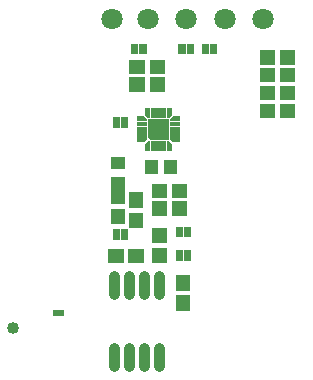
<source format=gts>
G04 Layer: TopSolderMaskLayer*
G04 EasyEDA v6.3.22, 2020-01-24T05:25:20+01:00*
G04 ad8136d40ef74d3abd72c227764213de,1e61c1b39cbf46459d8771e8f21e6a9c,10*
G04 Gerber Generator version 0.2*
G04 Scale: 100 percent, Rotated: No, Reflected: No *
G04 Dimensions in millimeters *
G04 leading zeros omitted , absolute positions ,3 integer and 3 decimal *
%FSLAX33Y33*%
%MOMM*%
G90*
G71D02*

%ADD34C,0.903199*%
%ADD35C,1.803197*%
%ADD40C,1.011199*%

%LPD*%
G54D34*
G01X32219Y21714D02*
G01X32219Y23214D01*
G01X33489Y21714D02*
G01X33489Y23214D01*
G01X34759Y21714D02*
G01X34759Y23214D01*
G01X36029Y21714D02*
G01X36029Y23214D01*
G01X32219Y27760D02*
G01X32219Y29260D01*
G01X33489Y27760D02*
G01X33489Y29260D01*
G01X34759Y27760D02*
G01X34759Y29260D01*
G01X36029Y27760D02*
G01X36029Y29260D01*
G54D35*
G01X38310Y51020D03*
G01X41560Y51020D03*
G01X44809Y51020D03*
G01X35059Y51020D03*
G01X32059Y51020D03*
G36*
G01X32807Y32368D02*
G01X32807Y33272D01*
G01X33412Y33272D01*
G01X33412Y32368D01*
G01X32807Y32368D01*
G37*
G36*
G01X32109Y32368D02*
G01X32109Y33272D01*
G01X32711Y33272D01*
G01X32711Y32368D01*
G01X32109Y32368D01*
G37*
G36*
G01X31974Y38337D02*
G01X31974Y39404D01*
G01X33143Y39404D01*
G01X33143Y38337D01*
G01X31974Y38337D01*
G37*
G36*
G01X31974Y36635D02*
G01X31974Y37702D01*
G01X33143Y37702D01*
G01X33143Y36635D01*
G01X31974Y36635D01*
G37*
G36*
G01X33458Y35068D02*
G01X33458Y36371D01*
G01X34662Y36371D01*
G01X34662Y35068D01*
G01X33458Y35068D01*
G37*
G36*
G01X33458Y33369D02*
G01X33458Y34672D01*
G01X34662Y34672D01*
G01X34662Y33369D01*
G01X33458Y33369D01*
G37*
G36*
G01X35457Y32068D02*
G01X35457Y33371D01*
G01X36661Y33371D01*
G01X36661Y32068D01*
G01X35457Y32068D01*
G37*
G36*
G01X35457Y30369D02*
G01X35457Y31672D01*
G01X36661Y31672D01*
G01X36661Y30369D01*
G01X35457Y30369D01*
G37*
G36*
G01X37458Y28068D02*
G01X37458Y29371D01*
G01X38662Y29371D01*
G01X38662Y28068D01*
G01X37458Y28068D01*
G37*
G36*
G01X37458Y26368D02*
G01X37458Y27671D01*
G01X38662Y27671D01*
G01X38662Y26368D01*
G01X37458Y26368D01*
G37*
G36*
G01X31959Y33668D02*
G01X31959Y34971D01*
G01X33161Y34971D01*
G01X33161Y33668D01*
G01X31959Y33668D01*
G37*
G36*
G01X31959Y35368D02*
G01X31959Y36671D01*
G01X33161Y36671D01*
G01X33161Y35368D01*
G01X31959Y35368D01*
G37*
G36*
G01X31708Y30417D02*
G01X31708Y31621D01*
G01X33011Y31621D01*
G01X33011Y30417D01*
G01X31708Y30417D01*
G37*
G36*
G01X33407Y30417D02*
G01X33407Y31621D01*
G01X34710Y31621D01*
G01X34710Y30417D01*
G01X33407Y30417D01*
G37*
G36*
G01X37659Y48068D02*
G01X37659Y48972D01*
G01X38261Y48972D01*
G01X38261Y48068D01*
G01X37659Y48068D01*
G37*
G36*
G01X38357Y48068D02*
G01X38357Y48972D01*
G01X38962Y48972D01*
G01X38962Y48068D01*
G01X38357Y48068D01*
G37*
G36*
G01X40359Y48068D02*
G01X40359Y48972D01*
G01X40961Y48972D01*
G01X40961Y48068D01*
G01X40359Y48068D01*
G37*
G36*
G01X39658Y48068D02*
G01X39658Y48972D01*
G01X40260Y48972D01*
G01X40260Y48068D01*
G01X39658Y48068D01*
G37*
G36*
G01X44558Y42693D02*
G01X44558Y43897D01*
G01X45861Y43897D01*
G01X45861Y42693D01*
G01X44558Y42693D01*
G37*
G36*
G01X46257Y42693D02*
G01X46257Y43897D01*
G01X47562Y43897D01*
G01X47562Y42693D01*
G01X46257Y42693D01*
G37*
G36*
G01X44558Y44192D02*
G01X44558Y45396D01*
G01X45861Y45396D01*
G01X45861Y44192D01*
G01X44558Y44192D01*
G37*
G36*
G01X46257Y44192D02*
G01X46257Y45396D01*
G01X47562Y45396D01*
G01X47562Y44192D01*
G01X46257Y44192D01*
G37*
G36*
G01X44558Y45693D02*
G01X44558Y46897D01*
G01X45861Y46897D01*
G01X45861Y45693D01*
G01X44558Y45693D01*
G37*
G36*
G01X46257Y45693D02*
G01X46257Y46897D01*
G01X47562Y46897D01*
G01X47562Y45693D01*
G01X46257Y45693D01*
G37*
G36*
G01X44558Y47194D02*
G01X44558Y48395D01*
G01X45861Y48395D01*
G01X45861Y47194D01*
G01X44558Y47194D01*
G37*
G36*
G01X46257Y47194D02*
G01X46257Y48395D01*
G01X47562Y48395D01*
G01X47562Y47194D01*
G01X46257Y47194D01*
G37*
G36*
G01X37108Y34418D02*
G01X37108Y35622D01*
G01X38411Y35622D01*
G01X38411Y34418D01*
G01X37108Y34418D01*
G37*
G36*
G01X35408Y34418D02*
G01X35408Y35622D01*
G01X36711Y35622D01*
G01X36711Y34418D01*
G01X35408Y34418D01*
G37*
G36*
G01X37108Y35919D02*
G01X37108Y37120D01*
G01X38411Y37120D01*
G01X38411Y35919D01*
G01X37108Y35919D01*
G37*
G36*
G01X35408Y35919D02*
G01X35408Y37120D01*
G01X36711Y37120D01*
G01X36711Y35919D01*
G01X35408Y35919D01*
G37*
G36*
G01X33509Y44918D02*
G01X33509Y46122D01*
G01X34812Y46122D01*
G01X34812Y44918D01*
G01X33509Y44918D01*
G37*
G36*
G01X35208Y44918D02*
G01X35208Y46122D01*
G01X36511Y46122D01*
G01X36511Y44918D01*
G01X35208Y44918D01*
G37*
G36*
G01X33509Y46419D02*
G01X33509Y47621D01*
G01X34812Y47621D01*
G01X34812Y46419D01*
G01X33509Y46419D01*
G37*
G36*
G01X35208Y46419D02*
G01X35208Y47621D01*
G01X36511Y47621D01*
G01X36511Y46419D01*
G01X35208Y46419D01*
G37*
G36*
G01X37407Y32569D02*
G01X37407Y33470D01*
G01X38012Y33470D01*
G01X38012Y32569D01*
G01X37407Y32569D01*
G37*
G36*
G01X38108Y32569D02*
G01X38108Y33470D01*
G01X38710Y33470D01*
G01X38710Y32569D01*
G01X38108Y32569D01*
G37*
G36*
G01X38108Y30567D02*
G01X38108Y31471D01*
G01X38710Y31471D01*
G01X38710Y30567D01*
G01X38108Y30567D01*
G37*
G36*
G01X37407Y30567D02*
G01X37407Y31471D01*
G01X38012Y31471D01*
G01X38012Y30567D01*
G01X37407Y30567D01*
G37*
G36*
G01X34357Y48068D02*
G01X34357Y48972D01*
G01X34961Y48972D01*
G01X34961Y48068D01*
G01X34357Y48068D01*
G37*
G36*
G01X33658Y48068D02*
G01X33658Y48972D01*
G01X34260Y48972D01*
G01X34260Y48068D01*
G01X33658Y48068D01*
G37*
G36*
G01X32807Y41868D02*
G01X32807Y42772D01*
G01X33412Y42772D01*
G01X33412Y41868D01*
G01X32807Y41868D01*
G37*
G36*
G01X32109Y41868D02*
G01X32109Y42772D01*
G01X32711Y42772D01*
G01X32711Y41868D01*
G01X32109Y41868D01*
G37*
G36*
G01X27019Y25883D02*
G01X27019Y26386D01*
G01X27971Y26386D01*
G01X27971Y25883D01*
G01X27019Y25883D01*
G37*
G54D40*
G01X23685Y24864D03*
G36*
G01X36409Y37918D02*
G01X36409Y39122D01*
G01X37512Y39122D01*
G01X37512Y37918D01*
G01X36409Y37918D01*
G37*
G36*
G01X34809Y37918D02*
G01X34809Y39122D01*
G01X35911Y39122D01*
G01X35911Y37918D01*
G01X34809Y37918D01*
G37*
G36*
G01X35299Y39919D02*
G01X35299Y40722D01*
G01X35721Y40722D01*
G01X35721Y39919D01*
G01X35299Y39919D01*
G37*
G36*
G01X35749Y39919D02*
G01X35749Y40722D01*
G01X36170Y40722D01*
G01X36170Y39919D01*
G01X35749Y39919D01*
G37*
G36*
G01X36198Y39919D02*
G01X36198Y40722D01*
G01X36620Y40722D01*
G01X36620Y39919D01*
G01X36198Y39919D01*
G37*
G36*
G01X36958Y41057D02*
G01X36958Y41481D01*
G01X37760Y41481D01*
G01X37760Y41057D01*
G01X36958Y41057D01*
G37*
G36*
G01X36958Y41509D02*
G01X36958Y41931D01*
G01X37760Y41931D01*
G01X37760Y41509D01*
G01X36958Y41509D01*
G37*
G36*
G01X36958Y41959D02*
G01X36958Y42381D01*
G01X37760Y42381D01*
G01X37760Y41959D01*
G01X36958Y41959D01*
G37*
G36*
G01X36198Y42718D02*
G01X36198Y43521D01*
G01X36620Y43521D01*
G01X36620Y42718D01*
G01X36198Y42718D01*
G37*
G36*
G01X35749Y42718D02*
G01X35749Y43521D01*
G01X36170Y43521D01*
G01X36170Y42718D01*
G01X35749Y42718D01*
G37*
G36*
G01X35297Y42718D02*
G01X35297Y43521D01*
G01X35721Y43521D01*
G01X35721Y42718D01*
G01X35297Y42718D01*
G37*
G36*
G01X34159Y41959D02*
G01X34159Y42381D01*
G01X34961Y42381D01*
G01X34961Y41959D01*
G01X34159Y41959D01*
G37*
G36*
G01X34159Y41509D02*
G01X34159Y41931D01*
G01X34961Y41931D01*
G01X34961Y41509D01*
G01X34159Y41509D01*
G37*
G36*
G01X34159Y41057D02*
G01X34159Y41481D01*
G01X34961Y41481D01*
G01X34961Y41057D01*
G01X34159Y41057D01*
G37*
G36*
G01X35297Y40844D02*
G01X35083Y41057D01*
G01X35083Y42596D01*
G01X36836Y42596D01*
G01X36836Y40844D01*
G01X35297Y40844D01*
G37*
G36*
G01X34847Y39919D02*
G01X34847Y40501D01*
G01X35066Y40722D01*
G01X35271Y40722D01*
G01X35271Y39919D01*
G01X34847Y39919D01*
G37*
G36*
G01X37176Y40608D02*
G01X36958Y40826D01*
G01X36958Y41032D01*
G01X37760Y41032D01*
G01X37760Y40608D01*
G01X37176Y40608D01*
G37*
G36*
G01X34159Y42409D02*
G01X34159Y42833D01*
G01X34743Y42833D01*
G01X34961Y42612D01*
G01X34961Y42409D01*
G01X34159Y42409D01*
G37*
G36*
G01X36648Y42718D02*
G01X36648Y43521D01*
G01X37072Y43521D01*
G01X37072Y42937D01*
G01X36854Y42718D01*
G01X36648Y42718D01*
G37*
G36*
G01X36958Y42409D02*
G01X36958Y42612D01*
G01X37176Y42833D01*
G01X37760Y42833D01*
G01X37760Y42409D01*
G01X36958Y42409D01*
G37*
G36*
G01X35066Y42718D02*
G01X34847Y42937D01*
G01X34847Y43521D01*
G01X35271Y43521D01*
G01X35271Y42718D01*
G01X35066Y42718D01*
G37*
G36*
G01X34159Y40608D02*
G01X34159Y41032D01*
G01X34961Y41032D01*
G01X34961Y40826D01*
G01X34743Y40608D01*
G01X34159Y40608D01*
G37*
G36*
G01X36648Y39919D02*
G01X36648Y40722D01*
G01X36854Y40722D01*
G01X37072Y40501D01*
G01X37072Y39919D01*
G01X36648Y39919D01*
G37*
M00*
M02*

</source>
